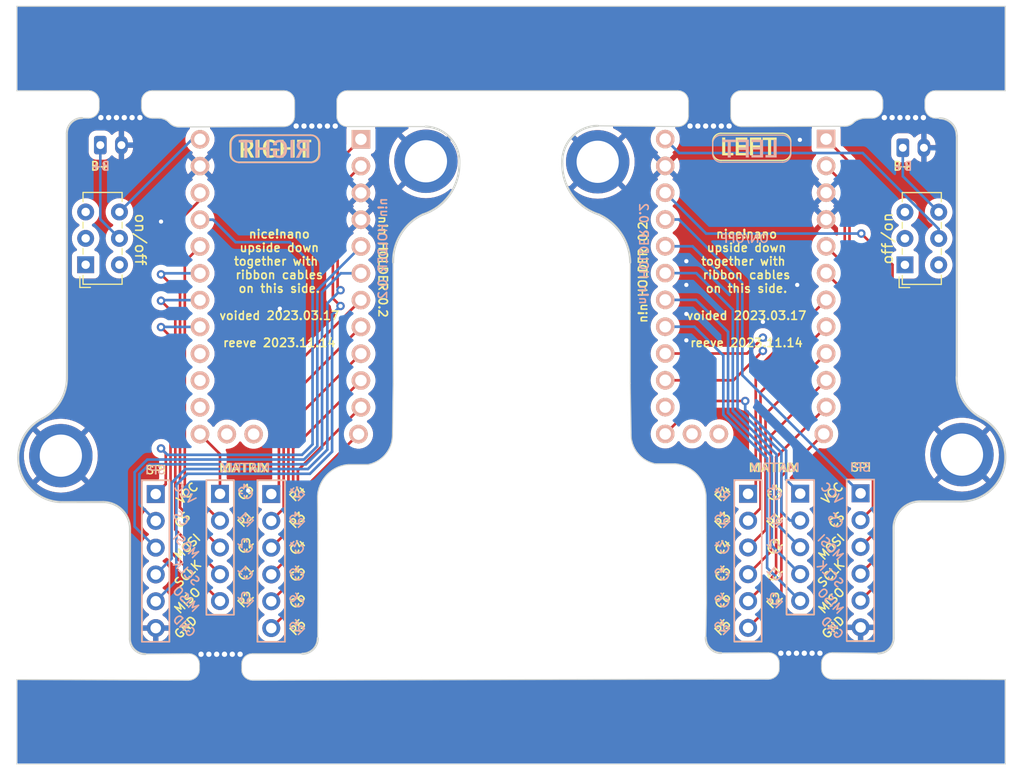
<source format=kicad_pcb>
(kicad_pcb (version 20221018) (generator pcbnew)
  (layers (0 "F.Cu" signal) (31 "B.Cu" signal) (34 "B.Paste" user) (35 "F.Paste" user) (36 "B.SilkS" user "B.Silkscreen") (37 "F.SilkS" user "F.Silkscreen") (38 "B.Mask" user) (39 "F.Mask" user) (44 "Edge.Cuts" user))
  (net 0 "")
  (net 1 "Rst")
  (net 2 "Rst2")
  (net 3 "ss_l")
  (net 4 "ss_r")
  (net 5 "col3_l")
  (net 6 "row1_l")
  (net 7 "col2_l")
  (net 8 "col1_l")
  (net 9 "row2_l")
  (net 10 "row4_l")
  (net 11 "row3_l")
  (net 12 "col4_l")
  (net 13 "col5_l")
  (net 14 "col6_l")
  (net 15 "row5_l")
  (net 16 "col3_r")
  (net 17 "row1_r")
  (net 18 "col2_r")
  (net 19 "col1_r")
  (net 20 "row2_r")
  (net 21 "row4_r")
  (net 22 "row3_r")
  (net 23 "col4_r")
  (net 24 "col5_r")
  (net 25 "col6_r")
  (net 26 "row5_r")
  (net 27 "GND")
  (net 28 "scl_l")
  (net 29 "sda_l")
  (net 30 "scl_r")
  (net 31 "sda_r")
  (net 32 "+5V")
  (net 33 "miso_l")
  (net 34 "sc_l")
  (net 35 "mosi_l")
  (net 36 "miso_r")
  (net 37 "sc_r")
  (net 38 "mosi_r")
  (net 39 "bat_l")
  (net 40 "bat_r")
  (net 41 "bat_sw_l")
  (net 42 "bat_sw_r")
  (footprint "Library:PushSwitch" (layer "F.Cu") (at 116.8628 87.9844 90)
    (fp_text reference "SW1" hide)
    (fp_text value "SW_SPST")
  )
  (footprint "Library:5_PinHeader" (layer "F.Cu") (at 127.832542 102.8)
    (fp_text reference "J9" hide)
    (fp_text value "Ribbon")
  )
  (footprint "Library:PushSwitch" (layer "F.Cu") (at 194.2 88 -90)
    (fp_text reference "SW2" hide)
    (fp_text value "SW_SPST")
  )
  (footprint "marbastlib-various:mousebites_2.5mm" (layer "F.Cu") (at 127.89 117.95 90)
    (fp_text reference "REF**" hide)
    (fp_text value "mousebites 2mm" hide)
    (fp_line (start -1.5 -2) (end -1 -2) (stroke (width 0.08)) (layer "Edge.Cuts"))
    (fp_line (start -1 2) (end -1.5 2) (stroke (width 0.08)) (layer "Edge.Cuts"))
    (fp_arc (start -2.5 3) (mid -2.207108 2.292895) (end -1.500003 2.000003) (stroke (width 0.08)) (layer "Edge.Cuts"))
    (fp_arc (start -1.5 -2) (mid -2.207105 -2.292892) (end -2.499997 -2.999997) (stroke (width 0.08)) (layer "Edge.Cuts"))
    (fp_arc (start -1 2) (mid -0.292895 2.292892) (end -0.000003 2.999997) (stroke (width 0.08)) (layer "Edge.Cuts"))
    (fp_arc (start 0 -3) (mid -0.292892 -2.292895) (end -0.999997 -2.000003) (stroke (width 0.08)) (layer "Edge.Cuts"))
  )
  (footprint "Library:6_PinHeader" (layer "F.Cu") (at 177.847199 102.799999)
    (fp_text reference "J12" hide)
    (fp_text value "Ribbon")
  )
  (footprint "marbastlib-various:mousebites_2.5mm" (layer "F.Cu") (at 118.4 67.195 -90)
    (fp_text reference "REF**" hide)
    (fp_text value "mousebites 2mm" hide)
    (fp_line (start -1.6 -2) (end -1 -2) (stroke (width 0.08)) (layer "Edge.Cuts"))
    (fp_line (start -1 2) (end -1.600003 2.000003) (stroke (width 0.08)) (layer "Edge.Cuts"))
    (fp_arc (start -2.6 3) (mid -2.307108 2.292895) (end -1.600003 2.000003) (stroke (width 0.08)) (layer "Edge.Cuts"))
    (fp_arc (start -1.6 -2) (mid -2.307105 -2.292892) (end -2.599997 -2.999997) (stroke (width 0.08)) (layer "Edge.Cuts"))
    (fp_arc (start -1 2) (mid -0.292895 2.292892) (end -0.000003 2.999997) (stroke (width 0.08)) (layer "Edge.Cuts"))
    (fp_arc (start 0 -3) (mid -0.292892 -2.292895) (end -0.999997 -2.000003) (stroke (width 0.08)) (layer "Edge.Cuts"))
  )
  (footprint "" (layer "F.Cu") (at 196 91.1)
    (fp_text reference "")
    (fp_text value "")
  )
  (footprint "kibuzzard-61F01940" (layer "F.Cu") (at 130.15 100.307596)
    (fp_text reference "kibuzzard-61F01940" hide)
    (fp_text value "G***" hide)
  )
  (footprint "marbastlib-various:mousebites_2.5mm" (layer "F.Cu") (at 174.2 67.995 -90)
    (fp_text reference "REF**" hide)
    (fp_text value "mousebites 2mm" hide)
    (fp_line (start -2.4 -2) (end -1 -2) (stroke (width 0.08)) (layer "Edge.Cuts"))
    (fp_line (start -1 2) (end -2.400003 2.000003) (stroke (width 0.08)) (layer "Edge.Cuts"))
    (fp_arc (start -3.4 3) (mid -3.107108 2.292895) (end -2.400003 2.000003) (stroke (width 0.08)) (layer "Edge.Cuts"))
    (fp_arc (start -2.4 -2) (mid -3.107105 -2.292892) (end -3.399997 -2.999997) (stroke (width 0.08)) (layer "Edge.Cuts"))
    (fp_arc (start -1 2) (mid -0.292895 2.292892) (end -0.000003 2.999997) (stroke (width 0.08)) (layer "Edge.Cuts"))
    (fp_arc (start 0 -3) (mid -0.292892 -2.292895) (end -0.999997 -2.000003) (stroke (width 0.08)) (layer "Edge.Cuts"))
  )
  (footprint "Library:MountingHole_4mm_Pad_thin" (layer "F.Cu") (at 198.103921 99.08266)
    (fp_text reference "H3" hide)
    (fp_text value "M4")
  )
  (footprint "marbastlib-various:mousebites_2.5mm" (layer "F.Cu") (at 192.6 67.195 -90)
    (fp_text reference "REF**" hide)
    (fp_text value "mousebites 2mm" hide)
    (fp_line (start -1.6 -2) (end -1 -2) (stroke (width 0.08)) (layer "Edge.Cuts"))
    (fp_line (start -1 2) (end -1.600003 2.000003) (stroke (width 0.08)) (layer "Edge.Cuts"))
    (fp_arc (start -2.6 3) (mid -2.307108 2.292895) (end -1.600003 2.000003) (stroke (width 0.08)) (layer "Edge.Cuts"))
    (fp_arc (start -1.6 -2) (mid -2.307105 -2.292892) (end -2.599997 -2.999997) (stroke (width 0.08)) (layer "Edge.Cuts"))
    (fp_arc (start -1 2) (mid -0.292895 2.292892) (end -0.000003 2.999997) (stroke (width 0.08)) (layer "Edge.Cuts"))
    (fp_arc (start 0 -3) (mid -0.292892 -2.292895) (end -0.999997 -2.000003) (stroke (width 0.08)) (layer "Edge.Cuts"))
  )
  (footprint "Connector_JST:JST_PH_B2B-PH-K_1x02_P2.00mm_Vertical" (layer "F.Cu") (at 192.5 70.004)
    (fp_text reference "J6" hide)
    (fp_text value "battery charge")
  )
  (footprint "Library:5_PinHeader" (layer "F.Cu") (at 182.780541 102.779999)
    (fp_text reference "J11" hide)
    (fp_text value "Ribbon")
  )
  (footprint "Library:MountingHole_4mm_Pad_thin" (layer "F.Cu") (at 112.76262 99.18266)
    (fp_text reference "H4" hide)
    (fp_text value "M4")
  )
  (footprint "Library:6_PinHeader" (layer "F.Cu") (at 121.75 102.819999)
    (fp_text reference "J7" hide)
    (fp_text value "trackball")
  )
  (footprint "Library:MountingHole_4mm_Pad_thin" (layer "F.Cu") (at 147.33762 71.28266)
    (fp_text reference "H2" hide)
    (fp_text value "M4")
  )
  (footprint "kibuzzard-6208EFFE" (layer "F.Cu") (at 177.972311 69.878921)
    (fp_text reference "kibuzzard-6208EFFE" hide)
    (fp_text value "G***" hide)
  )
  (footprint "kibuzzard-61F01B61" (layer "F.Cu") (at 133.131898 70.089775)
    (fp_text reference "kibuzzard-61F01B61" hide)
    (fp_text value "G***" hide)
  )
  (footprint "marbastlib-various:mousebites_2.5mm" (layer "F.Cu") (at 136.9 67.995 -90)
    (fp_text reference "REF**" hide)
    (fp_text value "mousebites 2mm" hide)
    (fp_line (start -2.4 -2) (end -1 -2) (stroke (width 0.08)) (layer "Edge.Cuts"))
    (fp_line (start -1 2) (end -2.400003 2.000003) (stroke (width 0.08)) (layer "Edge.Cuts"))
    (fp_arc (start -3.4 3) (mid -3.107108 2.292895) (end -2.400003 2.000003) (stroke (width 0.08)) (layer "Edge.Cuts"))
    (fp_arc (start -2.4 -2) (mid -3.107105 -2.292892) (end -3.399997 -2.999997) (stroke (width 0.08)) (layer "Edge.Cuts"))
    (fp_arc (start -1 2) (mid -0.292895 2.292892) (end -0.000003 2.999997) (stroke (width 0.08)) (layer "Edge.Cuts"))
    (fp_arc (start 0 -3) (mid -0.292892 -2.292895) (end -0.999997 -2.000003) (stroke (width 0.08)) (layer "Edge.Cuts"))
  )
  (footprint "Button_Switch_THT:SW_E-Switch_EG1271_SPDT" (layer "F.Cu") (at 192.7 81.1 90)
    (fp_text reference "off/on")
    (fp_text value "SW_E-Switch_EG1271_SPDT" hide)
  )
  (footprint "marbastlib-various:mousebites_2.5mm" (layer "F.Cu") (at 182.8 117.855 90)
    (fp_text reference "REF**" hide)
    (fp_text value "mousebites 2mm" hide)
    (fp_line (start -1.5 -2) (end -1 -2) (stroke (width 0.08)) (layer "Edge.Cuts"))
    (fp_line (start -1 2) (end -1.5 2) (stroke (width 0.08)) (layer "Edge.Cuts"))
    (fp_arc (start -2.5 3) (mid -2.207108 2.292895) (end -1.500003 2.000003) (stroke (width 0.08)) (layer "Edge.Cuts"))
    (fp_arc (start -1.5 -2) (mid -2.207105 -2.292892) (end -2.499997 -2.999997) (stroke (width 0.08)) (layer "Edge.Cuts"))
    (fp_arc (start -1 2) (mid -0.292895 2.292892) (end -0.000003 2.999997) (stroke (width 0.08)) (layer "Edge.Cuts"))
    (fp_arc (start 0 -3) (mid -0.292892 -2.292895) (end -0.999997 -2.000003) (stroke (width 0.08)) (layer "Edge.Cuts"))
  )
  (footprint "kibuzzard-61F01957" (layer "F.Cu") (at 121.75 100.5)
    (fp_text reference "kibuzzard-61F01957" hide)
    (fp_text value "G***" hide)
  )
  (footprint "kibuzzard-61F01940" (layer "F.Cu") (at 180.2962 100.287596)
    (fp_text reference "kibuzzard-61F01940" hide)
    (fp_text value "G***" hide)
  )
  (footprint "Button_Switch_THT:SW_E-Switch_EG1271_SPDT" (layer "F.Cu") (at 115.1128 81.0876 90)
    (fp_text reference "REF**" hide)
    (fp_text value "SW3")
  )
  (footprint "Connector_JST:JST_PH_B2B-PH-K_1x02_P2.00mm_Vertical" (layer "F.Cu") (at 116.5 69.75)
    (fp_text reference "J3" hide)
    (fp_text value "battery charge")
  )
  (footprint "Library:MountingHole_4mm_Pad_thin" (layer "F.Cu") (at 163.603921 71.33266)
    (fp_text reference "H1" hide)
    (fp_text value "M4")
  )
  (footprint "kibuzzard-61F01957" (layer "F.Cu") (at 188.5 100.25)
    (fp_text reference "kibuzzard-61F01957" hide)
    (fp_text value "G***" hide)
  )
  (footprint "" (layer "F.Cu") (at 192.5 91)
    (fp_text reference "")
    (fp_text value "")
  )
  (footprint "Library:6_PinHeader" (layer "F.Cu") (at 188.5 102.75)
    (fp_text reference "J8" hide)
    (fp_text value "trackball")
  )
  (footprint "Library:6_PinHeader" (layer "F.Cu") (at 132.689684 102.819999)
    (fp_text reference "J10" hide)
    (fp_text value "Ribbon")
  )
  (footprint "kibuzzard-61F01957" (layer "B.Cu") (at 188.5 100.25 180)
    (fp_text reference "kibuzzard-61F01957" hide)
    (fp_text value "G***" hide)
  )
  (footprint "Library:Elite-C" (layer "B.Cu") (at 177.62 83.15 -90)
    (fp_text reference "U2" hide)
    (fp_text value "eliteC" hide)
  )
  (footprint "kibuzzard-620B8593" (layer "B.Cu") (at 177.5 78.6 180)
    (fp_text reference "kibuzzard-620B8593" hide)
    (fp_text value "G***" hide)
  )
  (footprint "kibuzzard-6208EFFE" (layer "B.Cu") (at 177.972311 70.078921 180)
    (fp_text reference "kibuzzard-6208EFFE" hide)
    (fp_text value "G***" hide)
  )
  (footprint "Library:Elite-C" (layer "B.Cu") (at 133.56 83.17 -90)
    (fp_text reference "U1" hide)
    (fp_text value "eliteC" hide)
  )
  (footprint "kibuzzard-61F01940" (layer "B.Cu") (at 130.2 100.307596 180)
    (fp_text reference "kibuzzard-61F01940" hide)
    (fp_text value "G***" hide)
  )
  (footprint "kibuzzard-61F01957" (layer "B.Cu") (at 121.75 100.5 180)
    (fp_text reference "kibuzzard-61F01957" hide)
    (fp_text value "G***" hide)
  )
  (footprint "kibuzzard-61F01940" (layer "B.Cu") (at 180.3462 100.287596 180)
    (fp_text reference "kibuzzard-61F01940" hide)
    (fp_text value "G***" hide)
  )
  (footprint "kibuzzard-61F01B61" (layer "B.Cu") (at 132.951528 70.110754 180)
    (fp_text reference "kibuzzard-61F01B61" hide)
    (fp_text value "G***" hide)
  )
  (gr_arc (start 129.654811 71.391078) (mid 129.111527 71.160324) (end 128.873922 70.62) (stroke (width 0.15)) (layer "B.SilkS"))
  (gr_line (start 181.893389 69.571081) (end 181.893389 70.590192) (stroke (width 0.12)) (layer "B.SilkS"))
  (gr_arc (start 175.272311 71.371081) (mid 174.72906 71.140293) (end 174.491422 70.600003) (stroke (width 0.12)) (layer "B.SilkS"))
  (gr_line (start 136.495 68.82) (end 129.67 68.82) (stroke (width 0.15)) (layer "B.SilkS"))
  (gr_arc (start 181.1125 68.800003) (mid 181.655751 69.030791) (end 181.893389 69.571081) (stroke (width 0.12)) (layer "B.SilkS"))
  (gr_arc (start 181.893389 70.590192) (mid 181.653719 71.142086) (end 181.097311 71.371082) (stroke (width 0.12)) (layer "B.SilkS"))
  (gr_line (start 175.272311 71.371081) (end 181.097311 71.371081) (stroke (width 0.12)) (layer "B.SilkS"))
  (gr_line (start 174.491422 70.600003) (end 174.491422 69.580892) (stroke (width 0.12)) (layer "B.SilkS"))
  (gr_line (start 181.1125 68.800003) (end 175.2875 68.800002) (stroke (width 0.12)) (layer "B.SilkS"))
  (gr_arc (start 136.495 68.82) (mid 137.038284 69.050754) (end 137.275889 69.591078) (stroke (width 0.15)) (layer "B.SilkS"))
  (gr_line (start 129.654811 71.391078) (end 136.479811 71.391079) (stroke (width 0.15)) (layer "B.SilkS"))
  (gr_line (start 137.275889 69.591078) (end 137.275889 70.610189) (stroke (width 0.15)) (layer "B.SilkS"))
  (gr_arc (start 174.491422 69.580892) (mid 174.731092 69.028998) (end 175.2875 68.800002) (stroke (width 0.12)) (layer "B.SilkS"))
  (gr_line (start 128.873922 70.62) (end 128.873922 69.600889) (stroke (width 0.15)) (layer "B.SilkS"))
  (gr_arc (start 128.873922 69.600889) (mid 129.113616 69.04902) (end 129.67 68.819999) (stroke (width 0.15)) (layer "B.SilkS"))
  (gr_arc (start 137.275889 70.610189) (mid 137.036195 71.162058) (end 136.479811 71.391079) (stroke (width 0.15)) (layer "B.SilkS"))
  (gr_line (start 128.807537 70.58921) (end 128.807537 69.570099) (stroke (width 0.15)) (layer "F.SilkS"))
  (gr_line (start 129.603615 71.3701) (end 136.428615 71.370099) (stroke (width 0.15)) (layer "F.SilkS"))
  (gr_arc (start 137.209504 70.599021) (mid 136.971899 71.139345) (end 136.428615 71.370099) (stroke (width 0.15)) (layer "F.SilkS"))
  (gr_line (start 181.893389 69.409811) (end 181.893389 70.428922) (stroke (width 0.12)) (layer "F.SilkS"))
  (gr_arc (start 181.893389 70.428922) (mid 181.655751 70.969212) (end 181.1125 71.2) (stroke (width 0.12)) (layer "F.SilkS"))
  (gr_arc (start 181.097311 68.628921) (mid 181.653719 68.857917) (end 181.893389 69.409811) (stroke (width 0.12)) (layer "F.SilkS"))
  (gr_arc (start 175.2875 71.200001) (mid 174.731092 70.971005) (end 174.491422 70.419111) (stroke (width 0.12)) (layer "F.SilkS"))
  (gr_arc (start 174.491422 69.4) (mid 174.72906 68.85971) (end 175.272311 68.628922) (stroke (width 0.12)) (layer "F.SilkS"))
  (gr_line (start 174.491422 70.419111) (end 174.491422 69.4) (stroke (width 0.12)) (layer "F.SilkS"))
  (gr_line (start 181.097311 68.628921) (end 175.272311 68.628922) (stroke (width 0.12)) (layer "F.SilkS"))
  (gr_arc (start 128.807537 69.570099) (mid 129.045142 69.029775) (end 129.588426 68.799021) (stroke (width 0.15)) (layer "F.SilkS"))
  (gr_arc (start 129.603615 71.3701) (mid 129.047231 71.141079) (end 128.807537 70.58921) (stroke (width 0.15)) (layer "F.SilkS"))
  (gr_line (start 175.2875 71.2) (end 181.1125 71.2) (stroke (width 0.12)) (layer "F.SilkS"))
  (gr_line (start 137.209504 69.57991) (end 137.209504 70.599021) (stroke (width 0.15)) (layer "F.SilkS"))
  (gr_arc (start 136.413426 68.79902) (mid 136.96981 69.028041) (end 137.209504 69.57991) (stroke (width 0.15)) (layer "F.SilkS"))
  (gr_line (start 136.413426 68.799021) (end 129.588426 68.799021) (stroke (width 0.15)) (layer "F.SilkS"))
  (gr_line (start 130.889997 117.950003) (end 135.631351 117.953354) (stroke (width 0.1)) (layer "Edge.Cuts"))
  (gr_line (start 195.6 67.195) (end 195.986955 67.209104) (stroke (width 0.1)) (layer "Edge.Cuts"))
  (gr_arc (start 113.341486 91.773749) (mid 112.713926 94.049213) (end 111.001486 95.673749) (stroke (width 0.2)) (layer "Edge.Cuts"))
  (gr_line (start 137.096291 106.475003) (end 137.07 103.02) (stroke (width 0.1)) (layer "Edge.Cuts"))
  (gr_line (start 202.2 120.4) (end 202.2 128.4) (stroke (width 0.1)) (layer "Edge.Cuts"))
  (gr_arc (start 123.961303 68.03306) (mid 123.432539 67.923329) (end 123 67.6) (stroke (width 0.1)) (layer "Edge.Cuts"))
  (gr_line (start 163.62525 67.926116) (end 171.200003 67.994997) (stroke (width 0.1)) (layer "Edge.Cuts"))
  (gr_arc (start 144.230005 80.872466) (mid 144.961194 78.178153) (end 147.046951 76.322466) (stroke (width 0.2)) (layer "Edge.Cuts"))
  (gr_line (start 170.932032 99.95202) (end 169.060898 99.95202) (stroke (width 0.1)) (layer "Edge.Cuts"))
  (gr_line (start 141.87 100.02) (end 139.998866 100.02) (stroke (width 0.1)) (layer "Edge.Cuts"))
  (gr_arc (start 191.628074 116.465413) (mid 191.192415 117.495394) (end 190.15554 117.914382) (stroke (width 0.2)) (layer "Edge.Cuts"))
  (gr_line (start 185.799997 117.855003) (end 190.15554 117.914382) (stroke (width 0.1)) (layer "Edge.Cuts"))
  (gr_line (start 173.90589 113.224993) (end 173.837548 116.409253) (stroke (width 0.1)) (layer "Edge.Cuts"))
  (gr_line (start 124.890003 120.449997) (end 108.6 120.4) (stroke (width 0.1)) (layer "Edge.Cuts"))
  (gr_line (start 144.230005 85.631645) (end 144.230005 80.872466) (stroke (width 0.1)) (layer "Edge.Cuts"))
  (gr_line (start 112.943471 103.585074) (end 116.773949 103.576051) (stroke (width 0.2)) (layer "Edge.Cuts"))
  (gr_arc (start 147.305648 67.994096) (mid 149.64034 69.075303) (end 150.500942 71.5) (stroke (width 0.2)) (layer "Edge.Cuts"))
  (gr_arc (start 144.17 97.12) (mid 143.551367 98.991429) (end 141.87 100.02) (stroke (width 0.1)) (layer "Edge.Cuts"))
  (gr_arc (start 199.929412 95.605769) (mid 202.084528 100.328794) (end 197.987427 103.517094) (stroke (width 0.2)) (layer "Edge.Cuts"))
  (gr_line (start 137.108072 113.224991) (end 137.096291 106.475003) (stroke (width 0.1)) (layer "Edge.Cuts"))
  (gr_line (start 195.599997 64.595003) (end 202.2 64.6) (stroke (width 0.1)) (layer "Edge.Cuts"))
  (gr_arc (start 160.25 71.5) (mid 161.167564 68.985797) (end 163.62525 67.926116) (stroke (width 0.2)) (layer "Edge.Cuts"))
  (gr_line (start 137.108072 113.224991) (end 137.09335 116.477233) (stroke (width 0.1)) (layer "Edge.Cuts"))
  (gr_arc (start 150.500942 71.5) (mid 149.564986 74.477799) (end 147.046951 76.322466) (stroke (width 0.2)) (layer "Edge.Cuts"))
  (gr_line (start 121.4 67.195) (end 122.1 67.2) (stroke (width 0.1)) (layer "Edge.Cuts"))
  (gr_line (start 108.6 64.6) (end 115.4 64.595) (stroke (width 0.1)) (layer "Edge.Cuts"))
  (gr_arc (start 187.930898 67.53202) (mid 188.360683 67.313155) (end 188.831761 67.2097) (stroke (width 0.1)) (layer "Edge.Cuts"))
  (gr_line (start 173.90589 113.224993) (end 173.894109 106.475005) (stroke (width 0.1)) (layer "Edge.Cuts"))
  (gr_line (start 115.400003 67.194997) (end 114.781486 67.183749) (stroke (width 0.1)) (layer "Edge.Cuts"))
  (gr_line (start 144.17 97.12) (end 144.241786 92.381633) (stroke (width 0.1)) (layer "Edge.Cuts"))
  (gr_line (start 166.684457 85.563665) (end 166.689112 92.313653) (stroke (width 0.1)) (layer "Edge.Cuts"))
  (gr_line (start 191.616949 106.048071) (end 191.628074 116.465413) (stroke (width 0.2)) (layer "Edge.Cuts"))
  (gr_arc (start 170.932032 99.95202) (mid 172.956423 100.905339) (end 173.860898 102.95202) (stroke (width 0.1)) (layer "Edge.Cuts"))
  (gr_line (start 177.199997 64.595003) (end 189.6 64.595) (stroke (width 0.1)) (layer "Edge.Cuts"))
  (gr_line (start 186.969595 67.96508) (end 177.2 67.995) (stroke (width 0.1)) (layer "Edge.Cuts"))
  (gr_line (start 139.9 67.995) (end 147.305648 67.994096) (stroke (width 0.1)) (layer "Edge.Cuts"))
  (gr_line (start 166.689112 92.313653) (end 166.760898 97.05202) (stroke (width 0.1)) (layer "Edge.Cuts"))
  (gr_line (start 202.2 56.6) (end 202.2 64.6) (stroke (width 0.1)) (layer "Edge.Cuts"))
  (gr_line (start 189.600003 67.194997) (end 188.831761 67.2097) (stroke (width 0.1)) (layer "Edge.Cuts"))
  (gr_arc (start 122.1 67.2) (mid 122.587196 67.31631) (end 123 67.6) (stroke (width 0.1)) (layer "Edge.Cuts"))
  (gr_line (start 120.775358 117.982362) (end 124.89 117.95) (stroke (width 0.1)) (layer "Edge.Cuts"))
  (gr_arc (start 187.930898 67.53202) (mid 187.498359 67.855349) (end 186.969595 67.96508) (stroke (width 0.1)) (layer "Edge.Cuts"))
  (gr_line (start 175.299547 117.885374) (end 179.8 117.855) (stroke (width 0.1)) (layer "Edge.Cuts"))
  (gr_arc (start 163.703991 76.322466) (mid 161.185957 74.477798) (end 160.25 71.5) (stroke (width 0.2)) (layer "Edge.Cuts"))
  (gr_arc (start 169.060898 99.95202) (mid 167.379531 98.923449) (end 166.760898 97.05202) (stroke (width 0.1)) (layer "Edge.Cuts"))
  (gr_line (start 108.6 56.6) (end 202.2 56.6) (stroke (width 0.1)) (layer "Edge.Cuts"))
  (gr_arc (start 112.943471 103.585074) (mid 108.84637 100.396774) (end 111.001486 95.673749) (stroke (width 0.2)) (layer "Edge.Cuts"))
  (gr_line (start 108.6 128.4) (end 108.6 120.4) (stroke (width 0.1)) (layer "Edge.Cuts"))
  (gr_line (start 173.860898 102.95202) (end 173.894109 106.475005) (stroke (width 0.1)) (layer "Edge.Cuts"))
  (gr_arc (start 113.331486 68.653749) (mid 113.754912 67.621278) (end 114.781486 67.183749) (stroke (width 0.2)) (layer "Edge.Cuts"))
  (gr_line (start 179.800003 120.354997) (end 130.89 120.45) (stroke (width 0.1)) (layer "Edge.Cuts"))
  (gr_line (start 197.606706 91.688256) (end 197.617294 68.839743) (stroke (width 0.2)) (layer "Edge.Cuts"))
  (gr_line (start 119.302824 116.533393) (end 119.313949 106.116051) (stroke (width 0.2)) (layer "Edge.Cuts"))
  (gr_arc (start 163.703991 76.322466) (mid 165.856247 78.16381) (end 166.684457 80.872466) (stroke (width 0.2)) (layer "Edge.Cuts"))
  (gr_line (start 144.241786 92.381633) (end 144.230005 85.631645) (stroke (width 0.1)) (layer "Edge.Cuts"))
  (gr_line (start 202.2 128.4) (end 108.6 128.4) (stroke (width 0.1)) (layer "Edge.Cuts"))
  (gr_line (start 123.961303 68.03306) (end 133.900003 67.994997) (stroke (width 0.1)) (layer "Edge.Cuts"))
  (gr_line (start 194.156949 103.508071) (end 197.987427 103.517094) (stroke (width 0.2)) (layer "Edge.Cuts"))
  (gr_arc (start 137.09335 116.477233) (mid 136.67 117.52) (end 135.631351 117.953354) (stroke (width 0.2)) (layer "Edge.Cuts"))
  (gr_arc (start 120.775358 117.982362) (mid 119.738483 117.563374) (end 119.302824 116.533393) (stroke (width 0.2)) (layer "Edge.Cuts"))
  (gr_line (start 202.2 120.4) (end 185.8 120.355) (stroke (width 0.1)) (layer "Edge.Cuts"))
  (gr_line (start 139.899997 64.595003) (end 171.2 64.595) (stroke (width 0.1)) (layer "Edge.Cuts"))
  (gr_arc (start 116.773949 103.576051) (mid 118.57 104.32) (end 119.313949 106.116051) (stroke (width 0.2)) (layer "Edge.Cuts"))
  (gr_line (start 133.9 64.595) (end 121.399997 64.595003) (stroke (width 0.1)) (layer "Edge.Cuts"))
  (gr_arc (start 137.07 103.02) (mid 137.974475 100.973319) (end 139.998866 100.02) (stroke (width 0.1)) (layer "Edge.Cuts"))
  (gr_arc (start 175.299547 117.885374) (mid 174.260898 117.45202) (end 173.837548 116.409253) (stroke (width 0.2)) (layer "Edge.Cuts"))
  (gr_line (start 108.6 64.6) (end 108.6 56.6) (stroke (width 0.1)) (layer "Edge.Cuts"))
  (gr_arc (start 199.929412 95.605769) (mid 198.216972 93.981233) (end 197.589412 91.705769) (stroke (width 0.2)) (layer "Edge.Cuts"))
  (gr_line (start 166.684457 80.872466) (end 166.684457 85.563665) (stroke (width 0.1)) (layer "Edge.Cuts"))
  (gr_arc (start 195.986955 67.209104) (mid 197.133909 67.7) (end 197.6 68.857256) (stroke (width 0.2)) (layer "Edge.Cuts"))
  (gr_line (start 113.331486 68.653749) (end 113.341486 91.773749) (stroke (width 0.2)) (layer "Edge.Cuts"))
  (gr_arc (start 191.616949 106.048071) (mid 192.360898 104.25202) (end 194.156949 103.508071) (stroke (width 0.2)) (layer "Edge.Cuts"))
  (gr_text "n!n HOLDER 0.2\n" (at 143.25 79.55 90) (layer "B.SilkS") (effects (font (size 0.8 0.8)) (justify mirror)))
  (gr_text "R4" (at 175.37 102.76 -45) (layer "B.SilkS") (effects (font (size 0.8 0.8)) (justify mirror)))
  (gr_text "C2" (at 180.3462 107.82 -45) (layer "B.SilkS") (effects (font (size 0.8 0.8)) (justify mirror)))
  (gr_text "C4" (at 175.37 107.84 -45) (layer "B.SilkS") (effects (font (size 0.8 0.8)) (justify mirror)))
  (gr_text "R4" (at 135.0938 102.760001 315) (layer "B.SilkS") (effects (font (size 0.8 0.8)) (justify mirror)))
  (gr_text "C6" (at 135.0938 112.920001 315) (layer "B.SilkS") (effects (font (size 0.8 0.8)) (justify mirror)))
  (gr_text "R5" (at 135.0938 115.460001 315) (layer "B.SilkS") (effects (font (size 0.8 0.8)) (justify mirror)))
  (gr_text "R2" (at 180.3462 112.9 -45) (layer "B.SilkS") (effects (font (size 0.8 0.8)) (justify mirror)))
  (gr_text "C6" (at 175.37 112.92 -45) (layer "B.SilkS") (effects (font (size 0.8 0.8)) (justify mirror)))
  (gr_text "R5" (at 175.3446 115.454058 -45) (layer "B.SilkS") (effects (font (size 0.8 0.8)) (justify mirror)))
  (gr_text "GND" (at 124.438375 115.319999 -45) (layer "B.SilkS") (effects (font (size 0.8 0.8)) (justify mirror)))
  (gr_text "C1" (at 130.25 110.279999 -45) (layer "B.SilkS") (effects (font (size 0.8 0.8)) (justify mirror)))
  (gr_text "R1" (at 180.3462 105.28 -45) (layer "B.SilkS") (effects (font (size 0.8 0.8)) (justify mirror)))
  (gr_text "VCC" (at 124.5 102.75 315) (layer "B.SilkS") (effects (font (size 0.8 0.8)) (justify mirror)))
  (gr_text "R1" (at 130.25 105.199999 -45) (layer "B.SilkS") (effects (font (size 0.8 0.8)) (justify mirror)))
  (gr_text "C5" (at 175.37 110.38 -45) (layer "B.SilkS") (effects (font (size 0.8 0.8)) (justify mirror)))
  (gr_text "C4" (at 135.0938 107.840001 315) (layer "B.SilkS") (effects (font (size 0.8 0.8)) (justify mirror)))
  (gr_text "n!n HOLDER 0.2\n" (at 167.95 80.05 270) (layer "B.SilkS") (effects (font (size 0.8 0.8)) (justify mirror)))
  (gr_text "MOSI" (at 185.6462 107.879998 -45) (layer "B.SilkS") (effects (font (size 0.8 0.8)) (justify mirror)))
  (gr_text "GND" (at 185.807824 115.499999 -45) (layer "B.SilkS") (effects (font (size 0.8 0.8)) (justify mirror)))
  (gr_text "R3" (at 135.0938 105.300001 315) (layer "B.SilkS") (effects (font (size 0.8 0.8)) (justify mirror)))
  (gr_text "MISO" (at 185.6462 112.959998 -45) (layer "B.SilkS") (effects (font (size 0.8 0.8)) (justify mirror)))
  (gr_text "CS" (at 186.117604 105.339999 -45) (layer "B.SilkS") (effects (font (size 0.8 0.8)) (justify mirror)))
  (gr_text "MOSI" (at 124.6 107.699998 -45) (layer "B.SilkS") (effects (font (size 0.8 0.8)) (justify mirror)))
  (gr_text "MISO" (at 124.6 112.779998 -45) (layer "B.SilkS") (effects (font (size 0.8 0.8)) (justify mirror)))
  (gr_text "R2" (at 130.25 112.819999 -45) (layer "B.SilkS") (effects (font (size 0.8 0.8)) (justify mirror)))
  (gr_text "C3" (at 180.3462 102.74 -45) (layer "B.SilkS") (effects (font (size 0.8 0.8)) (justify mirror)))
  (gr_text "C3" (at 130.25 102.659999 -45) (layer "B.SilkS") (effects (font (size 0.8 0.8)) (justify mirror)))
  (gr_text "R3" (at 175.37 105.3 -45) (layer "B.SilkS") (effects (font (size 0.8 0.8)) (justify mirror)))
  (gr_text "C1" (at 180.3462 110.36 -45) (layer "B.SilkS") (effects (font (size 0.8 0.8)) (justify mirror)))
  (gr_text "CS" (at 124.128595 105.159999 -45) (layer "B.SilkS") (effects (font (size 0.8 0.8)) (justify mirror)))
  (gr_text "VCC\n" (at 185.75 102.75 315) (layer "B.SilkS") (effects (font (size 0.8 0.8)) (justify mirror)))
  (gr_text "SCLK" (at 185.605794 110.419998 -45) (layer "B.SilkS") (effects (font (size 0.8 0.8)) (justify mirror)))
  (gr_text "C2" (at 130.25 107.739999 -45) (layer "B.SilkS") (effects (font (size 0.8 0.8)) (justify mirror)))
  (gr_text "B+" (at 192.5 71.75) (layer "B.SilkS") (effects (font (size 0.8 0.8)) (justify mirror)))
  (gr_text "C5" (at 135.0938 110.380001 315) (layer "B.SilkS") (effects (font (size 0.8 0.8)) (justify mirror)))
  (gr_text "SCLK" (at 124.640406 110.239998 -45) (layer "B.SilkS") (effects (font (size 0.8 0.8)) (justify mirror)))
  (gr_text "B+" (at 116.5 71.75) (layer "B.SilkS") (effects (font (size 0.8 0.8)) (justify mirror)))
  (gr_text "MISO" (at 124.75 112.909999 45) (layer "F.SilkS") (effects (font (size 0.8 0.8))))
  (gr_text "R3" (at 135.17 105.3 45) (layer "F.SilkS") (effects (font (size 0.8 0.8))))
  (gr_text "R4" (at 175.4462 102.760001 45) (layer "F.SilkS") (effects (font (size 0.8 0.8))))
  (gr_text "C2" (at 130.2754 107.74 45) (layer "F.SilkS") (effects (font (size 0.8 0.8))))
  (gr_text "SCLK" (at 185.709594 110.369999 45) (layer "F.SilkS") (effects (font (size 0.8 0.8))))
  (gr_text "on/off\n" (at 120.3 78.7 270) (layer "F.SilkS") (effects (font (size 1 1))))
  (gr_text "C2" (at 180.3716 107.820001 45) (layer "F.SilkS") (effects (font (size 0.8 0.8))))
  (gr_text "B+" (at 116.5 71.75) (layer "F.SilkS") (effects (font (size 0.8 0.8))))
  (gr_text "C4" (at 135.17 107.84 45) (layer "F.SilkS") (effects (font (size 0.8 0.8))))
  (gr_text "R2" (at 130.2754 112.82 45) (layer "F.SilkS") (effects (font (size 0.8 0.8))))
  (gr_text "GND" (at 185.911624 115.45 45) (layer "F.SilkS") (effects (font (size 0.8 0.8))))
  (gr_text "R1" (at 130.2754 105.2 45) (layer "F.SilkS") (effects (font (size 0.8 0.8))))
  (gr_text "MOSI" (at 185.75 107.829999 45) (layer "F.SilkS") (effects (font (size 0.8 0.8))))
  (gr_text "GND" (at 124.588375 115.45 45) (layer "F.SilkS") (effects (font (size 0.8 0.8))))
  (gr_text "C6" (at 175.4462 112.920001 45) (layer "F.SilkS") (effects (font (size 0.8 0.8))))
  (gr_text "SCLK" (at 124.790406 110.369999 45) (layer "F.SilkS") (effects (font (size 0.8 0.8))))
  (gr_text "R4" (at 135.17 102.76 45) (layer "F.SilkS") (effects (font (size 0.8 0.8))))
  (gr_text "n!n HOLDER 0.2" (at 167.894 81.788 90) (layer "F.SilkS") (effects (font (size 0.8 0.8))))
  (gr_text "C5" (at 175.4462 110.380001 45) (layer "F.SilkS") (effects (font (size 0.8 0.8))))
  (gr_text "C1" (at 180.3716 110.360001 45) (layer "F.SilkS") (effects (font (size 0.8 0.8))))
  (gr_text "VCC" (at 124.740406 102.75 45) (layer "F.SilkS") (effects (font (size 0.8 0.8))))
  (gr_text "MISO" (at 185.75 112.909999 45) (layer "F.SilkS") (effects (font (size 0.8 0.8))))
  (gr_text "R3" (at 175.4462 105.300001 45) (layer "F.SilkS") (effects (font (size 0.8 0.8))))
  (gr_text "B+" (at 192.5 71.75) (layer "F.SilkS") (effects (font (size 0.8 0.8))))
  (gr_text "C3" (at 180.3716 102.740001 45) (layer "F.SilkS") (effects (font (size 0.8 0.8))))
  (gr_text "R5" (at 135.1954 115.454058 45) (layer "F.SilkS") (effects (font (size 0.8 0.8))))
  (gr_text "nice!nano\nupside down\ntogether with \nribbon cables\non this side.\n\nvoided 2023.03.17\n\nreeve 2023.11.14" (at 133.45 83.333613) (layer "F.SilkS") (effects (font (size 0.8 0.8))))
  (gr_text "C5" (at 135.17 110.38 45) (layer "F.SilkS") (effects (font (size 0.8 0.8))))
  (gr_text "MOSI" (at 124.75 107.829999 45) (layer "F.SilkS") (effects (font (size 0.8 0.8))))
  (gr_text "n!n HOLDER 0.2\n" (at 143.256 81.28 270) (layer "F.SilkS") (effects (font (size 0.8 0.8))))
  (gr_text "VCC" (at 185.8284 102.75 45) (layer "F.SilkS") (effects (font (size 0.8 0.8))))
  (gr_text "C3" (at 130.2754 102.66 45) (layer "F.SilkS") (effects (font (size 0.8 0.8))))
  (gr_text "R1" (at 180.3716 105.280001 45) (layer "F.SilkS") (effects (font (size 0.8 0.8))))
  (gr_text "nice!nano\nupside down\ntogether with \nribbon cables\non this side.\n\nvoided 2023.03.17\n\nreeve 2023.11.14" (at 177.7 83.333613) (layer "F.SilkS") (effects (font (size 0.8 0.8))))
  (gr_text "C4" (at 175.4462 107.840001 45) (layer "F.SilkS") (effects (font (size 0.8 0.8))))
  (gr_text "R2" (at 180.3716 112.900001 45) (layer "F.SilkS") (effects (font (size 0.8 0.8))))
  (gr_text "CS" (at 186.221404 105.29 45) (layer "F.SilkS") (effects (font (size 0.8 0.8))))
  (gr_text "R5" (at 175.4462 115.460001 45) (layer "F.SilkS") (effects (font (size 0.8 0.8))))
  (gr_text "C1" (at 130.2754 110.28 45) (layer "F.SilkS") (effects (font (size 0.8 0.8))))
  (gr_text "C6" (at 135.17 112.92 45) (layer "F.SilkS") (effects (font (size 0.8 0.8))))
  (gr_text "CS" (at 124.278595 105.29 45) (layer "F.SilkS") (effects (font (size 0.8 0.8))))
  (segment (start 115.0628 91.0344) (end 115.1128 91.0844) (width 0.25) (layer "F.Cu") (net 1))
  (segment (start 120.9374 85.2598) (end 120.9374 79.9626) (width 0.25) (layer "F.Cu") (net 1))
  (segment (start 120.9374 79.9626) (end 125.94 74.96) (width 0.25) (layer "F.Cu") (net 1))
  (segment (start 115.1128 91.0844) (end 120.9374 85.2598) (width 0.25) (layer "F.Cu") (net 1))
  (segment (start 115.1128 84.9344) (end 115.0628 84.8844) (width 0.25) (layer "F.Cu") (net 1))
  (segment (start 115.1128 91.0844) (end 115.1128 84.9344) (width 0.25) (layer "F.Cu") (net 1))
  (segment (start 125.94 74.96) (end 125.94 74.28) (width 0.25) (layer "F.Cu") (net 1))
  (segment (start 191.525 86.625) (end 191.525 81.0858) (width 0.25) (layer "F.Cu") (net 2))
  (segment (start 196 91.1) (end 191.525 86.625) (width 0.25) (layer "F.Cu") (net 2))
  (segment (start 196 91.581) (end 196 91.1) (width 0.25) (layer "F.Cu") (net 2))
  (segment (start 191.525 81.0858) (end 188.5696 78.1304) (width 0.25) (layer "F.Cu") (net 2))
  (segment (start 195.95 91.05) (end 196 91.1) (width 0.25) (layer "F.Cu") (net 2))
  (segment (start 195.95 84.9) (end 195.95 91.05) (width 0.25) (layer "F.Cu") (net 2))
  (via (at 188.5696 78.1304) (size 0.8) (drill 0.4) (layers "F.Cu" "B.Cu") (net 2))
  (segment (start 188.5696 78.1304) (end 188.5613 78.1387) (width 0.25) (layer "B.Cu") (net 2))
  (segment (start 170 74.26) (end 173.8787 78.1387) (width 0.25) (layer "B.Cu") (net 2))
  (segment (start 173.8787 78.1387) (end 188.5696 78.1304) (width 0.25) (layer "B.Cu") (net 2))
  (segment (start 139.276396 81.9) (end 137.5 83.676396) (width 0.25) (layer "B.Cu") (net 3))
  (segment (start 120.2 103.809999) (end 121.75 105.359999) (width 0.25) (layer "B.Cu") (net 3))
  (segment (start 141.18 81.9) (end 139.276396 81.9) (width 0.25) (layer "B.Cu") (net 3))
  (segment (start 137.5 98.477208) (end 135.977208 100) (width 0.25) (layer "B.Cu") (net 3))
  (segment (start 137.5 83.676396) (end 137.5 98.477208) (width 0.25) (layer "B.Cu") (net 3))
  (segment (start 121.136396 100) (end 120.2 100.936396) (width 0.25) (layer "B.Cu") (net 3))
  (segment (start 135.977208 100) (end 121.136396 100) (width 0.25) (layer "B.Cu") (net 3))
  (segment (start 120.2 100.936396) (end 120.2 103.809999) (width 0.25) (layer "B.Cu") (net 3))
  (segment (start 189.675 104.115) (end 189.675 86.315) (width 0.25) (layer "F.Cu") (net 4))
  (segment (start 189.675 86.315) (end 185.24 81.88) (width 0.25) (layer "F.Cu") (net 4))
  (segment (start 188.5 105.29) (end 189.675 104.115) (width 0.25) (layer "F.Cu") (net 4))
  (segment (start 127.832542 102.8) (end 127.832542 99.032542) (width 0.25) (layer "F.Cu") (net 5))
  (segment (start 127.832542 99.032542) (end 125.94 97.14) (width 0.25) (layer "F.Cu") (net 5))
  (segment (start 124.5 102.007458) (end 124.5 80.8) (width 0.25) (layer "F.Cu") (net 6))
  (segment (start 127.832542 105.34) (end 124.5 102.007458) (width 0.25) (layer "F.Cu") (net 6))
  (segment (start 124.5 80.8) (end 125.94 79.36) (width 0.25) (layer "F.Cu") (net 6))
  (segment (start 124.05 83.8) (end 124.05 104.097458) (width 0.25) (layer "F.Cu") (net 7))
  (segment (start 124.05 104.097458) (end 127.832542 107.88) (width 0.25) (layer "F.Cu") (net 7))
  (segment (start 122.25 82) (end 124.05 83.8) (width 0.25) (layer "F.Cu") (net 7))
  (via (at 122.25 82) (size 0.8) (drill 0.4) (layers "F.Cu" "B.Cu") (net 7))
  (segment (start 122.35 81.9) (end 125.94 81.9) (width 0.25) (layer "B.Cu") (net 7))
  (segment (start 122.25 82) (end 122.35 81.9) (width 0.25) (layer "B.Cu") (net 7))
  (segment (start 123.6 85.85) (end 123.6 106.187458) (width 0.25) (layer "F.Cu") (net 8))
  (segment (start 123.6 106.187458) (end 127.832542 110.42) (width 0.25) (layer "F.Cu") (net 8))
  (segment (start 122.25 84.5) (end 123.6 85.85) (width 0.25) (layer "F.Cu") (net 8))
  (via (at 122.25 84.5) (size 0.8) (drill 0.4) (layers "F.Cu" "B.Cu") (net 8))
  (segment (start 122.25 84.5) (end 122.31 84.44) (width 0.25) (layer "B.Cu") (net 8))
  (segment (start 122.31 84.44) (end 125.94 84.44) (width 0.25) (layer "B.Cu") (net 8))
  (segment (start 123.15 108.277458) (end 127.832542 112.96) (width 0.25) (layer "F.Cu") (net 9))
  (segment (start 123.15 87.9) (end 123.15 108.277458) (width 0.25) (layer "F.Cu") (net 9))
  (segment (start 122.25 87) (end 123.15 87.9) (width 0.25) (layer "F.Cu") (net 9))
  (via (at 122.25 87) (size 0.8) (drill 0.4) (layers "F.Cu" "B.Cu") (net 9))
  (segment (start 122.27 86.98) (end 125.94 86.98) (width 0.25) (layer "B.Cu") (net 9))
  (segment (start 122.25 87) (end 122.27 86.98) (width 0.25) (layer "B.Cu") (net 9))
  (segment (start 132.689684 102.819999) (end 133.414684 102.094999) (width 0.25) (layer "F.Cu") (net 10))
  (segment (start 133.414684 102.094999) (end 133.414684 92.205316) (width 0.25) (layer "F.Cu") (net 10))
  (segment (start 133.414684 92.205316) (end 141.18 84.44) (width 0.25) (layer "F.Cu") (net 10))
  (segment (start 132.689684 105.359999) (end 133.864684 104.184999) (width 0.25) (layer "F.Cu") (net 11))
  (segment (start 133.864684 94.295316) (end 141.18 86.98) (width 0.25) (layer "F.Cu") (net 11))
  (segment (start 133.864684 104.184999) (end 133.864684 94.295316) (width 0.25) (layer "F.Cu") (net 11))
  (segment (start 134.314684 106.274999) (end 134.314684 96.385316) (width 0.25) (layer "F.Cu") (net 12))
  (segment (start 134.314684 96.385316) (end 141.18 89.52) (width 0.25) (layer "F.Cu") (net 12))
  (segment (start 132.689684 107.899999) (end 134.314684 106.274999) (width 0.25) (layer "F.Cu") (net 12))
  (segment (start 132.689684 110.439999) (end 134.764684 108.364999) (width 0.25) (layer "F.Cu") (net 13))
  (segment (start 134.764684 108.364999) (end 134.764684 98.475316) (width 0.25) (layer "F.Cu") (net 13))
  (segment (start 134.764684 98.475316) (end 141.18 92.06) (width 0.25) (layer "F.Cu") (net 13))
  (segment (start 135.214684 100.565316) (end 141.18 94.6) (width 0.25) (layer "F.Cu") (net 14))
  (segment (start 135.214684 110.454999) (end 135.214684 100.565316) (width 0.25) (layer "F.Cu") (net 14))
  (segment (start 132.689684 112.979999) (end 135.214684 110.454999) (width 0.25) (layer "F.Cu") (net 14))
  (segment (start 135.664684 112.544999) (end 135.664684 102.426716) (width 0.25) (layer "F.Cu") (net 15))
  (segment (start 135.664684 102.426716) (end 140.9514 97.14) (width 0.25) (layer "F.Cu") (net 15))
  (segment (start 132.689684 115.519999) (end 135.664684 112.544999) (width 0.25) (layer "F.Cu") (net 15))
  (segment (start 173.12 94) (end 170 97.12) (width 0.25) (layer "F.Cu") (net 16))
  (segment (start 177.5745 94) (end 173.12 94) (width 0.25) (layer "F.Cu") (net 16))
  (via (at 177.5745 94) (size 0.8) (drill 0.4) (layers "F.Cu" "B.Cu") (net 16))
  (segment (start 177.5745 94) (end 177.5745 94.8245) (width 0.25) (layer "B.Cu") (net 16))
  (segment (start 181.45 98.7) (end 181.45 101.449458) (width 0.25) (layer "B.Cu") (net 16))
  (segment (start 181.45 101.449458) (end 182.780541 102.779999) (width 0.25) (layer "B.Cu") (net 16))
  (segment (start 177.5745 94.8245) (end 181.45 98.7) (width 0.25) (layer "B.Cu") (net 16))
  (segment (start 172.59 79.34) (end 170 79.34) (width 0.25) (layer "B.Cu") (net 17))
  (segment (start 181 98.886396) (end 176.85 94.736396) (width 0.25) (layer "B.Cu") (net 17))
  (segment (start 176.85 83.6) (end 172.59 79.34) (width 0.25) (layer "B.Cu") (net 17))
  (segment (start 181.819999 105.319999) (end 181 104.5) (width 0.25) (layer "B.Cu") (net 17))
  (segment (start 181 104.5) (end 181 98.886396) (width 0.25) (layer "B.Cu") (net 17))
  (segment (start 176.85 94.736396) (end 176.85 83.6) (width 0.25) (layer "B.Cu") (net 17))
  (segment (start 182.780541 105.319999) (end 181.819999 105.319999) (width 0.25) (layer "B.Cu") (net 17))
  (segment (start 180.55 99.072792) (end 176.4 94.922792) (width 0.25) (layer "B.Cu") (net 18))
  (segment (start 182.780541 107.859999) (end 180.55 105.629458) (width 0.25) (layer "B.Cu") (net 18))
  (segment (start 176.4 85.343198) (end 172.936802 81.88) (width 0.25) (layer "B.Cu") (net 18))
  (segment (start 172.936802 81.88) (end 170 81.88) (width 0.25) (layer "B.Cu") (net 18))
  (segment (start 176.4 94.922792) (end 176.4 85.343198) (width 0.25) (layer "B.Cu") (net 18))
  (segment (start 180.55 105.629458) (end 180.55 99.072792) (width 0.25) (layer "B.Cu") (net 18))
  (segment (start 180.1 99.259188) (end 175.95 95.109188) (width 0.25) (layer "B.Cu") (net 19))
  (segment (start 172.92 84.42) (end 170 84.42) (width 0.25) (layer "B.Cu") (net 19))
  (segment (start 175.95 87.45) (end 172.92 84.42) (width 0.25) (layer "B.Cu") (net 19))
  (segment (start 180.1 107.719458) (end 180.1 99.259188) (width 0.25) (layer "B.Cu") (net 19))
  (segment (start 175.95 95.109188) (end 175.95 87.45) (width 0.25) (layer "B.Cu") (net 19))
  (segment (start 182.780541 110.399999) (end 180.1 107.719458) (width 0.25) (layer "B.Cu") (net 19))
  (segment (start 175.5 95.295584) (end 175.5 89.6875) (width 0.25) (layer "B.Cu") (net 20))
  (segment (start 179.65 99.445584) (end 175.5 95.295584) (width 0.25) (layer "B.Cu") (net 20))
  (segment (start 175.5 89.6875) (end 172.7725 86.96) (width 0.25) (layer "B.Cu") (net 20))
  (segment (start 179.65 109.809458) (end 179.65 99.445584) (width 0.25) (layer "B.Cu") (net 20))
  (segment (start 172.7725 86.96) (end 170 86.96) (width 0.25) (layer "B.Cu") (net 20))
  (segment (start 182.780541 112.939999) (end 179.65 109.809458) (width 0.25) (layer "B.Cu") (net 20))
  (segment (start 177.847199 102.799999) (end 178.572199 102.074999) (width 0.25) (layer "F.Cu") (net 21))
  (segment (start 178.572199 102.074999) (end 178.572199 91.087801) (width 0.25) (layer "F.Cu") (net 21))
  (segment (start 178.572199 91.087801) (end 185.24 84.42) (width 0.25) (layer "F.Cu") (net 21))
  (segment (start 177.847199 105.339999) (end 179.022199 104.164999) (width 0.25) (layer "F.Cu") (net 22))
  (segment (start 179.022199 104.164999) (end 179.022199 93.177801) (width 0.25) (layer "F.Cu") (net 22))
  (segment (start 179.022199 93.177801) (end 185.24 86.96) (width 0.25) (layer "F.Cu") (net 22))
  (segment (start 179.5 95.24) (end 185.24 89.5) (width 0.25) (layer "F.Cu") (net 23))
  (segment (start 177.847199 107.879999) (end 179.5 106.227198) (width 0.25) (layer "F.Cu") (net 23))
  (segment (start 179.5 106.227198) (end 179.5 95.24) (width 0.25) (layer "F.Cu") (net 23))
  (segment (start 180 97.28) (end 185.24 92.04) (width 0.25) (layer "F.Cu") (net 24))
  (segment (start 177.847199 110.419999) (end 180 108.267198) (width 0.25) (layer "F.Cu") (net 24))
  (segment (start 180 108.267198) (end 180 97.28) (width 0.25) (layer "F.Cu") (net 24))
  (segment (start 180.5 99.32) (end 185.24 94.58) (width 0.25) (layer "F.Cu") (net 25))
  (segment (start 177.847199 112.959999) (end 180.5 110.307198) (width 0.25) (layer "F.Cu") (net 25))
  (segment (start 180.5 110.307198) (end 180.5 99.32) (width 0.25) (layer "F.Cu") (net 25))
  (segment (start 181 101.1314) (end 185.0114 97.12) (width 0.25) (layer "F.Cu") (net 26))
  (segment (start 177.847199 115.499999) (end 181 112.347198) (width 0.25) (layer "F.Cu") (net 26))
  (segment (start 181 112.347198) (end 181 101.1314) (width 0.25) (layer "F.Cu") (net 26))
  (via (at 182.5 83) (size 0.8) (drill 0.4) (layers "F.Cu" "B.Cu") (net 27))
  (via (at 133.5 85.25) (size 0.8) (drill 0.4) (layers "F.Cu" "B.Cu") (net 27))
  (via (at 179.25 86.5) (size 0.8) (drill 0.4) (layers "F.Cu" "B.Cu") (net 27))
  (via (at 172 85.75) (size 0.8) (drill 0.4) (layers "F.Cu" "B.Cu") (net 27))
  (via (at 130.5 102.5) (size 0.8) (drill 0.4) (layers "F.Cu" "B.Cu") (net 27))
  (via (at 172 88.25) (size 0.8) (drill 0.4) (layers "F.Cu" "B.Cu") (net 27))
  (via (at 172 80.75) (size 0.8) (drill 0.4) (layers "F.Cu" "B.Cu") (net 27))
  (via (at 182.75 69.25) (size 0.8) (drill 0.4) (layers "F.Cu" "B.Cu") (net 27))
  (via (at 172 83) (size 0.8) (drill 0.4) (layers "F.Cu" "B.Cu") (net 27))
  (via (at 122.25 77) (size 0.8) (drill 0.4) (layers "F.Cu" "B.Cu") (net 27))
  (segment (start 177.75 89.5) (end 179.25 88) (width 0.25) (layer "F.Cu") (net 30))
  (segment (start 170 89.5) (end 177.75 89.5) (width 0.25) (layer "F.Cu") (net 30))
  (via (at 179.25 88) (size 0.8) (drill 0.4) (layers "F.Cu" "B.Cu") (net 30))
  (segment (start 179.25 88) (end 179.5 88.25) (width 0.25) (layer "B.Cu") (net 30))
  (segment (start 176.46 92.04) (end 179.25 89.25) (width 0.25) (layer "F.Cu") (net 31))
  (segment (start 170 92.04) (end 176.46 92.04) (width 0.25) (layer "F.Cu") (net 31))
  (via (at 179.25 89.25) (size 0.8) (drill 0.4) (layers "F.Cu" "B.Cu") (net 31))
  (segment (start 122.7 98.95) (end 122.7 101.869999) (width 0.25) (layer "F.Cu") (net 32))
  (segment (start 122.7 101.869999) (end 121.75 102.819999) (width 0.25) (layer "F.Cu") (net 32))
  (segment (start 122.25 98.5) (end 122.7 98.95) (width 0.25) (layer "F.Cu") (net 32))
  (via (at 122.25 98.5) (size 0.8) (drill 0.4) (layers "F.Cu" "B.Cu") (net 32))
  (segment (start 122.85 99.1) (end 135.604416 99.1) (width 0.25) (layer "B.Cu") (net 32))
  (segment (start 135.604416 99.1) (end 136.6 98.104416) (width 0.25) (layer "B.Cu") (net 32))
  (segment (start 122.25 98.5) (end 122.85 99.1) (width 0.25) (layer "B.Cu") (net 32))
  (segment (start 188.5 102.75) (end 177.3 91.55) (width 0.25) (layer "B.Cu") (net 32))
  (segment (start 177.3 91.55) (end 177.3 82.8) (width 0.25) (layer "B.Cu") (net 32))
  (segment (start 134.45 78.95) (end 129.313604 78.95) (width 0.25) (layer "B.Cu") (net 32))
  (segment (start 136.6 98.104416) (end 136.6 81.1) (width 0.25) (layer "B.Cu") (net 32))
  (segment (start 136.6 81.1) (end 134.45 78.95) (width 0.25) (layer "B.Cu") (net 32))
  (segment (start 129.313604 78.95) (end 127.183604 76.82) (width 0.25) (layer "B.Cu") (net 32))
  (segment (start 171.3 76.8) (end 170 76.8) (width 0.25) (layer "B.Cu") (net 32))
  (segment (start 127.183604 76.82) (end 125.94 76.82) (width 0.25) (layer "B.Cu") (net 32))
  (segment (start 177.3 82.8) (end 171.3 76.8) (width 0.25) (layer "B.Cu") (net 32))
  (segment (start 138.525 71.855) (end 141.18 69.2) (width 0.25) (layer "F.Cu") (net 33))
  (segment (start 139.25 85) (end 138.525 84.275) (width 0.25) (layer "F.Cu") (net 33))
  (segment (start 138.525 84.275) (end 138.525 71.855) (width 0.25) (layer "F.Cu") (net 33))
  (via (at 139.25 85) (size 0.8) (drill 0.4) (layers "F.Cu" "B.Cu") (net 33))
  (segment (start 123.7 101.936396) (end 124.736396 100.9) (width 0.25) (layer "B.Cu") (net 33))
  (segment (start 124.736396 100.9) (end 136.35 100.9) (width 0.25) (layer "B.Cu") (net 33))
  (segment (start 121.75 112.979999) (end 123.7 111.029999) (width 0.25) (layer "B.Cu") (net 33))
  (segment (start 138.45 85.8) (end 139.25 85) (width 0.25) (layer "B.Cu") (net 33))
  (segment (start 123.7 111.029999) (end 123.7 101.936396) (width 0.25) (layer "B.Cu") (net 33))
  (segment (start 136.35 100.9) (end 138.45 98.8) (width 0.25) (layer "B.Cu") (net 33))
  (segment (start 138.45 98.8) (end 138.45 85.8) (width 0.25) (layer "B.Cu") (net 33))
  (segment (start 139.25 83.5) (end 138.975 83.225) (width 0.25) (layer "F.Cu") (net 34))
  (segment (start 138.975 73.945) (end 141.18 71.74) (width 0.25) (layer "F.Cu") (net 34))
  (segment (start 138.975 83.225) (end 138.975 73.945) (width 0.25) (layer "F.Cu") (net 34))
  (via (at 139.25 83.5) (size 0.8) (drill 0.4) (layers "F.Cu" "B.Cu") (net 34))
  (segment (start 136.163604 100.45) (end 124.55 100.45) (width 0.25) (layer "B.Cu") (net 34))
  (segment (start 138 84.75) (end 138 98.613604) (width 0.25) (layer "B.Cu") (net 34))
  (segment (start 139.25 83.5) (end 138 84.75) (width 0.25) (layer "B.Cu") (net 34))
  (segment (start 138 98.613604) (end 136.163604 100.45) (width 0.25) (layer "B.Cu") (net 34))
  (segment (start 123.25 108.939999) (end 121.75 110.439999) (width 0.25) (layer "B.Cu") (net 34))
  (segment (start 123.25 101.75) (end 123.25 108.939999) (width 0.25) (layer "B.Cu") (net 34))
  (segment (start 124.55 100.45) (end 123.25 101.75) (width 0.25) (layer "B.Cu") (net 34))
  (segment (start 137.05 98.290812) (end 135.790812 99.55) (width 0.25) (layer "B.Cu") (net 35))
  (segment (start 119.75 100.75) (end 119.75 105.899999) (width 0.25) (layer "B.Cu") (net 35))
  (segment (start 119.75 105.899999) (end 121.75 107.899999) (width 0.25) (layer "B.Cu") (net 35))
  (segment (start 120.95 99.55) (end 119.75 100.75) (width 0.25) (layer "B.Cu") (net 35))
  (segment (start 141.18 79.36) (end 137.05 83.49) (width 0.25) (layer "B.Cu") (net 35))
  (segment (start 137.05 83.49) (end 137.05 98.290812) (width 0.25) (layer "B.Cu") (net 35))
  (segment (start 135.790812 99.55) (end 120.95 99.55) (width 0.25) (layer "B.Cu") (net 35))
  (segment (start 187.45 80.277208) (end 187.45 71.39) (width 0.25) (layer "F.Cu") (net 36))
  (segment (start 187.45 71.39) (end 185.24 69.18) (width 0.25) (layer "F.Cu") (net 36))
  (segment (start 188.5 112.91) (end 191.025 110.385) (width 0.25) (layer "F.Cu") (net 36))
  (segment (start 191.025 110.385) (end 191.025 83.852208) (width 0.25) (layer "F.Cu") (net 36))
  (segment (start 191.025 83.852208) (end 187.45 80.277208) (width 0.25) (layer "F.Cu") (net 36))
  (segment (start 190.575 84.038604) (end 187 80.463604) (width 0.25) (layer "F.Cu") (net 37))
  (segment (start 188.5 110.37) (end 190.575 108.295) (width 0.25) (layer "F.Cu") (net 37))
  (segment (start 190.575 108.295) (end 190.575 84.038604) (width 0.25) (layer "F.Cu") (net 37))
  (segment (start 187 80.463604) (end 187 73.48) (width 0.25) (layer "F.Cu") (net 37))
  (segment (start 187 73.48) (end 185.24 71.72) (width 0.25) (layer "F.Cu") (net 37))
  (segment (start 190.125 106.205) (end 190.125 84.225) (width 0.25) (layer "F.Cu") (net 38))
  (segment (start 190.125 84.225) (end 185.24 79.34) (width 0.25) (layer "F.Cu") (net 38))
  (segment (start 188.5 107.83) (end 190.125 106.205) (width 0.25) (layer "F.Cu") (net 38))
  (segment (start 118.3128 76.0876) (end 125.2004 69.2) (width 0.25) (layer "B.Cu") (net 39))
  (segment (start 126.586396 69.2) (end 125.94 69.2) (width 0.25) (layer "B.Cu") (net 39))
  (segment (start 125.2004 69.2) (end 125.94 69.2) (width 0.25) (layer "B.Cu") (net 39))
  (segment (start 195.9 78.6) (end 195.9 77.7) (width 0.25) (layer "B.Cu") (net 40))
  (segment (start 188.7 70.5) (end 171.32 70.5) (width 0.25) (layer "B.Cu") (net 40))
  (segment (start 171.32 70.5) (end 170 69.18) (width 0.25) (layer "B.Cu") (net 40))
  (segment (start 195.9 77.7) (end 188.7 70.5) (width 0.25) (layer "B.Cu") (net 40))
  (segment (start 116.5 76.7748) (end 116.5 69.75) (width 0.25) (layer "B.Cu") (net 41))
  (segment (start 118.3128 78.5876) (end 116.5 76.7748) (width 0.25) (layer "B.Cu") (net 41))
  (segment (start 192.5 70.004) (end 192.5 72.7) (width 0.25) (layer "B.Cu") (net 42))
  (segment (start 192.5 72.7) (end 195.9 76.1) (width 0.25) (layer "B.Cu") (net 42))
  (zone (net 27) (net_name "GND") (layers "F&B.Cu") (connect_pads (clearance 0.508)) (min_thickness 0.25) (fill yes (thermal_gap 0.5) (thermal_bridge_width 0.5))
    (polygon (pts (xy 107 56) (xy 204 56) (xy 204 130) (xy 107 130)))
  )
)
</source>
